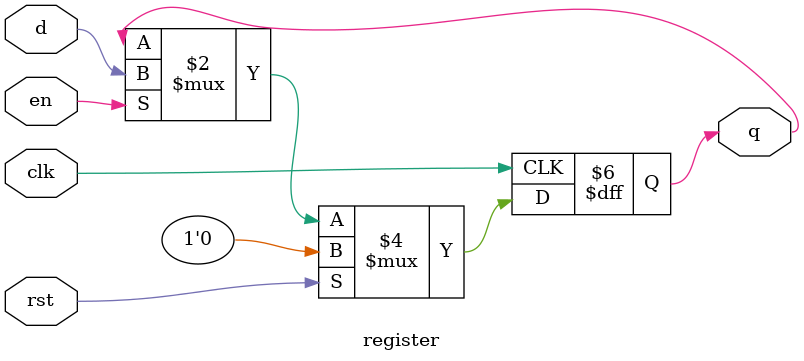
<source format=v>
module register #(parameter WIDTH = 1)(
  input   wire  [WIDTH-1:0]  d,
  input   wire               clk,
  input   wire               rst,
  input   wire               en,
  output  reg   [WIDTH-1:0]  q
);

always @(posedge clk)
 begin
     if (rst)
	  q <= 'b0;
	 else
      q <= en ? d : q ;	 
 end


endmodule
</source>
